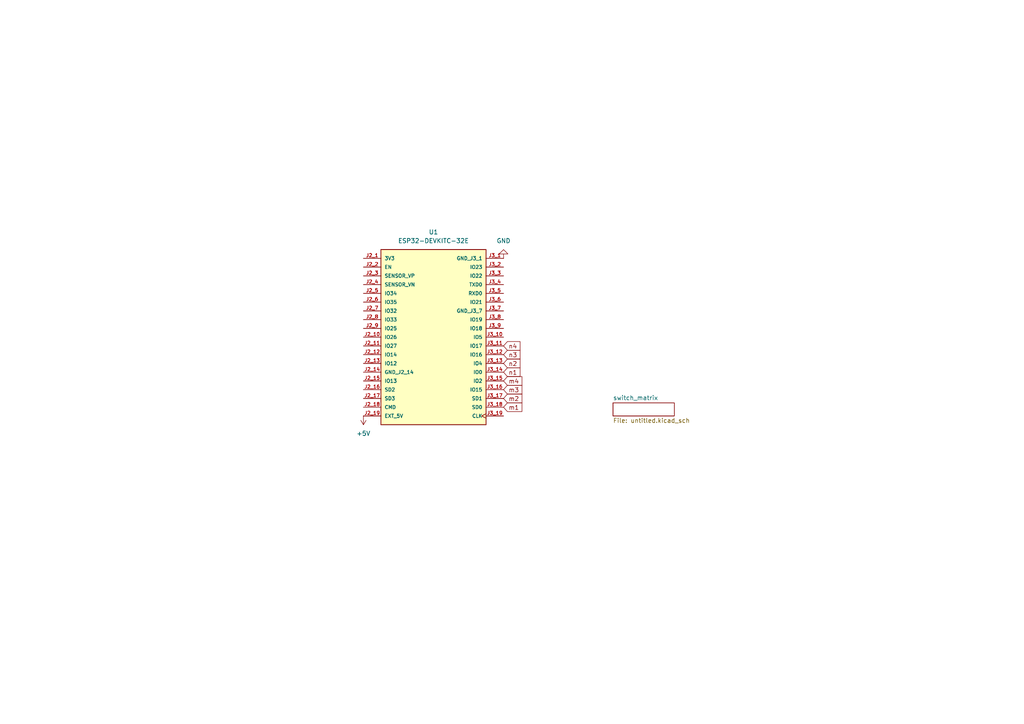
<source format=kicad_sch>
(kicad_sch
	(version 20250114)
	(generator "eeschema")
	(generator_version "9.0")
	(uuid "1b68a88d-1fe3-44bc-8953-15d6d5ec5bd4")
	(paper "A4")
	(lib_symbols
		(symbol "ESP32-DEVKITC-32E:ESP32-DEVKITC-32E"
			(pin_names
				(offset 1.016)
			)
			(exclude_from_sim no)
			(in_bom yes)
			(on_board yes)
			(property "Reference" "U"
				(at -15.24 26.162 0)
				(effects
					(font
						(size 1.27 1.27)
					)
					(justify left bottom)
				)
			)
			(property "Value" "ESP32-DEVKITC-32E"
				(at -15.24 -27.94 0)
				(effects
					(font
						(size 1.27 1.27)
					)
					(justify left bottom)
				)
			)
			(property "Footprint" "ESP32-DEVKITC-32E:MODULE_ESP32-DEVKITC-32E"
				(at 0 0 0)
				(effects
					(font
						(size 1.27 1.27)
					)
					(justify bottom)
					(hide yes)
				)
			)
			(property "Datasheet" ""
				(at 0 0 0)
				(effects
					(font
						(size 1.27 1.27)
					)
					(hide yes)
				)
			)
			(property "Description" ""
				(at 0 0 0)
				(effects
					(font
						(size 1.27 1.27)
					)
					(hide yes)
				)
			)
			(property "MF" "Espressif Systems"
				(at 0 0 0)
				(effects
					(font
						(size 1.27 1.27)
					)
					(justify bottom)
					(hide yes)
				)
			)
			(property "Description_1" "The ESP32-DEVKITC-32E transceiver evaluation board from Espressif Systems is a powerful development tool for wireless communication technologies. It supports 802.11 b/g/n Wi-Fi and Bluetooth® Smart Ready 4.x (BLE) dual-mode at 2.4GHz, making it ideal for a variety of IoT applications. Equipped with a PCB antenna and 4MB flash, this board provides reliable connectivity and ample memory for developing and testing RF, RFID, and wireless solutions."
				(at 0 0 0)
				(effects
					(font
						(size 1.27 1.27)
					)
					(justify bottom)
					(hide yes)
				)
			)
			(property "Package" "None"
				(at 0 0 0)
				(effects
					(font
						(size 1.27 1.27)
					)
					(justify bottom)
					(hide yes)
				)
			)
			(property "Price" "None"
				(at 0 0 0)
				(effects
					(font
						(size 1.27 1.27)
					)
					(justify bottom)
					(hide yes)
				)
			)
			(property "Check_prices" "https://www.snapeda.com/parts/ESP32-DEVKITC-32E/Espressif+Systems/view-part/?ref=eda"
				(at 0 0 0)
				(effects
					(font
						(size 1.27 1.27)
					)
					(justify bottom)
					(hide yes)
				)
			)
			(property "STANDARD" "Manufacturer Recommendations"
				(at 0 0 0)
				(effects
					(font
						(size 1.27 1.27)
					)
					(justify bottom)
					(hide yes)
				)
			)
			(property "PARTREV" "1.4"
				(at 0 0 0)
				(effects
					(font
						(size 1.27 1.27)
					)
					(justify bottom)
					(hide yes)
				)
			)
			(property "SnapEDA_Link" "https://www.snapeda.com/parts/ESP32-DEVKITC-32E/Espressif+Systems/view-part/?ref=snap"
				(at 0 0 0)
				(effects
					(font
						(size 1.27 1.27)
					)
					(justify bottom)
					(hide yes)
				)
			)
			(property "MP" "ESP32-DEVKITC-32E"
				(at 0 0 0)
				(effects
					(font
						(size 1.27 1.27)
					)
					(justify bottom)
					(hide yes)
				)
			)
			(property "Availability" "In Stock"
				(at 0 0 0)
				(effects
					(font
						(size 1.27 1.27)
					)
					(justify bottom)
					(hide yes)
				)
			)
			(property "MANUFACTURER" "Espressif Systems"
				(at 0 0 0)
				(effects
					(font
						(size 1.27 1.27)
					)
					(justify bottom)
					(hide yes)
				)
			)
			(symbol "ESP32-DEVKITC-32E_0_0"
				(rectangle
					(start -15.24 -25.4)
					(end 15.24 25.4)
					(stroke
						(width 0.254)
						(type default)
					)
					(fill
						(type background)
					)
				)
				(pin power_in line
					(at -20.32 22.86 0)
					(length 5.08)
					(name "3V3"
						(effects
							(font
								(size 1.016 1.016)
							)
						)
					)
					(number "J2_1"
						(effects
							(font
								(size 1.016 1.016)
							)
						)
					)
				)
				(pin input line
					(at -20.32 20.32 0)
					(length 5.08)
					(name "EN"
						(effects
							(font
								(size 1.016 1.016)
							)
						)
					)
					(number "J2_2"
						(effects
							(font
								(size 1.016 1.016)
							)
						)
					)
				)
				(pin bidirectional line
					(at -20.32 17.78 0)
					(length 5.08)
					(name "SENSOR_VP"
						(effects
							(font
								(size 1.016 1.016)
							)
						)
					)
					(number "J2_3"
						(effects
							(font
								(size 1.016 1.016)
							)
						)
					)
				)
				(pin bidirectional line
					(at -20.32 15.24 0)
					(length 5.08)
					(name "SENSOR_VN"
						(effects
							(font
								(size 1.016 1.016)
							)
						)
					)
					(number "J2_4"
						(effects
							(font
								(size 1.016 1.016)
							)
						)
					)
				)
				(pin bidirectional line
					(at -20.32 12.7 0)
					(length 5.08)
					(name "IO34"
						(effects
							(font
								(size 1.016 1.016)
							)
						)
					)
					(number "J2_5"
						(effects
							(font
								(size 1.016 1.016)
							)
						)
					)
				)
				(pin bidirectional line
					(at -20.32 10.16 0)
					(length 5.08)
					(name "IO35"
						(effects
							(font
								(size 1.016 1.016)
							)
						)
					)
					(number "J2_6"
						(effects
							(font
								(size 1.016 1.016)
							)
						)
					)
				)
				(pin bidirectional line
					(at -20.32 7.62 0)
					(length 5.08)
					(name "IO32"
						(effects
							(font
								(size 1.016 1.016)
							)
						)
					)
					(number "J2_7"
						(effects
							(font
								(size 1.016 1.016)
							)
						)
					)
				)
				(pin bidirectional line
					(at -20.32 5.08 0)
					(length 5.08)
					(name "IO33"
						(effects
							(font
								(size 1.016 1.016)
							)
						)
					)
					(number "J2_8"
						(effects
							(font
								(size 1.016 1.016)
							)
						)
					)
				)
				(pin bidirectional line
					(at -20.32 2.54 0)
					(length 5.08)
					(name "IO25"
						(effects
							(font
								(size 1.016 1.016)
							)
						)
					)
					(number "J2_9"
						(effects
							(font
								(size 1.016 1.016)
							)
						)
					)
				)
				(pin bidirectional line
					(at -20.32 0 0)
					(length 5.08)
					(name "IO26"
						(effects
							(font
								(size 1.016 1.016)
							)
						)
					)
					(number "J2_10"
						(effects
							(font
								(size 1.016 1.016)
							)
						)
					)
				)
				(pin bidirectional line
					(at -20.32 -2.54 0)
					(length 5.08)
					(name "IO27"
						(effects
							(font
								(size 1.016 1.016)
							)
						)
					)
					(number "J2_11"
						(effects
							(font
								(size 1.016 1.016)
							)
						)
					)
				)
				(pin bidirectional line
					(at -20.32 -5.08 0)
					(length 5.08)
					(name "IO14"
						(effects
							(font
								(size 1.016 1.016)
							)
						)
					)
					(number "J2_12"
						(effects
							(font
								(size 1.016 1.016)
							)
						)
					)
				)
				(pin bidirectional line
					(at -20.32 -7.62 0)
					(length 5.08)
					(name "IO12"
						(effects
							(font
								(size 1.016 1.016)
							)
						)
					)
					(number "J2_13"
						(effects
							(font
								(size 1.016 1.016)
							)
						)
					)
				)
				(pin power_in line
					(at -20.32 -10.16 0)
					(length 5.08)
					(name "GND_J2_14"
						(effects
							(font
								(size 1.016 1.016)
							)
						)
					)
					(number "J2_14"
						(effects
							(font
								(size 1.016 1.016)
							)
						)
					)
				)
				(pin bidirectional line
					(at -20.32 -12.7 0)
					(length 5.08)
					(name "IO13"
						(effects
							(font
								(size 1.016 1.016)
							)
						)
					)
					(number "J2_15"
						(effects
							(font
								(size 1.016 1.016)
							)
						)
					)
				)
				(pin bidirectional line
					(at -20.32 -15.24 0)
					(length 5.08)
					(name "SD2"
						(effects
							(font
								(size 1.016 1.016)
							)
						)
					)
					(number "J2_16"
						(effects
							(font
								(size 1.016 1.016)
							)
						)
					)
				)
				(pin bidirectional line
					(at -20.32 -17.78 0)
					(length 5.08)
					(name "SD3"
						(effects
							(font
								(size 1.016 1.016)
							)
						)
					)
					(number "J2_17"
						(effects
							(font
								(size 1.016 1.016)
							)
						)
					)
				)
				(pin bidirectional line
					(at -20.32 -20.32 0)
					(length 5.08)
					(name "CMD"
						(effects
							(font
								(size 1.016 1.016)
							)
						)
					)
					(number "J2_18"
						(effects
							(font
								(size 1.016 1.016)
							)
						)
					)
				)
				(pin power_in line
					(at -20.32 -22.86 0)
					(length 5.08)
					(name "EXT_5V"
						(effects
							(font
								(size 1.016 1.016)
							)
						)
					)
					(number "J2_19"
						(effects
							(font
								(size 1.016 1.016)
							)
						)
					)
				)
				(pin power_in line
					(at 20.32 22.86 180)
					(length 5.08)
					(name "GND_J3_1"
						(effects
							(font
								(size 1.016 1.016)
							)
						)
					)
					(number "J3_1"
						(effects
							(font
								(size 1.016 1.016)
							)
						)
					)
				)
				(pin bidirectional line
					(at 20.32 20.32 180)
					(length 5.08)
					(name "IO23"
						(effects
							(font
								(size 1.016 1.016)
							)
						)
					)
					(number "J3_2"
						(effects
							(font
								(size 1.016 1.016)
							)
						)
					)
				)
				(pin bidirectional line
					(at 20.32 17.78 180)
					(length 5.08)
					(name "IO22"
						(effects
							(font
								(size 1.016 1.016)
							)
						)
					)
					(number "J3_3"
						(effects
							(font
								(size 1.016 1.016)
							)
						)
					)
				)
				(pin bidirectional line
					(at 20.32 15.24 180)
					(length 5.08)
					(name "TXD0"
						(effects
							(font
								(size 1.016 1.016)
							)
						)
					)
					(number "J3_4"
						(effects
							(font
								(size 1.016 1.016)
							)
						)
					)
				)
				(pin bidirectional line
					(at 20.32 12.7 180)
					(length 5.08)
					(name "RXD0"
						(effects
							(font
								(size 1.016 1.016)
							)
						)
					)
					(number "J3_5"
						(effects
							(font
								(size 1.016 1.016)
							)
						)
					)
				)
				(pin bidirectional line
					(at 20.32 10.16 180)
					(length 5.08)
					(name "IO21"
						(effects
							(font
								(size 1.016 1.016)
							)
						)
					)
					(number "J3_6"
						(effects
							(font
								(size 1.016 1.016)
							)
						)
					)
				)
				(pin power_in line
					(at 20.32 7.62 180)
					(length 5.08)
					(name "GND_J3_7"
						(effects
							(font
								(size 1.016 1.016)
							)
						)
					)
					(number "J3_7"
						(effects
							(font
								(size 1.016 1.016)
							)
						)
					)
				)
				(pin bidirectional line
					(at 20.32 5.08 180)
					(length 5.08)
					(name "IO19"
						(effects
							(font
								(size 1.016 1.016)
							)
						)
					)
					(number "J3_8"
						(effects
							(font
								(size 1.016 1.016)
							)
						)
					)
				)
				(pin bidirectional line
					(at 20.32 2.54 180)
					(length 5.08)
					(name "IO18"
						(effects
							(font
								(size 1.016 1.016)
							)
						)
					)
					(number "J3_9"
						(effects
							(font
								(size 1.016 1.016)
							)
						)
					)
				)
				(pin bidirectional line
					(at 20.32 0 180)
					(length 5.08)
					(name "IO5"
						(effects
							(font
								(size 1.016 1.016)
							)
						)
					)
					(number "J3_10"
						(effects
							(font
								(size 1.016 1.016)
							)
						)
					)
				)
				(pin bidirectional line
					(at 20.32 -2.54 180)
					(length 5.08)
					(name "IO17"
						(effects
							(font
								(size 1.016 1.016)
							)
						)
					)
					(number "J3_11"
						(effects
							(font
								(size 1.016 1.016)
							)
						)
					)
				)
				(pin bidirectional line
					(at 20.32 -5.08 180)
					(length 5.08)
					(name "IO16"
						(effects
							(font
								(size 1.016 1.016)
							)
						)
					)
					(number "J3_12"
						(effects
							(font
								(size 1.016 1.016)
							)
						)
					)
				)
				(pin bidirectional line
					(at 20.32 -7.62 180)
					(length 5.08)
					(name "IO4"
						(effects
							(font
								(size 1.016 1.016)
							)
						)
					)
					(number "J3_13"
						(effects
							(font
								(size 1.016 1.016)
							)
						)
					)
				)
				(pin bidirectional line
					(at 20.32 -10.16 180)
					(length 5.08)
					(name "IO0"
						(effects
							(font
								(size 1.016 1.016)
							)
						)
					)
					(number "J3_14"
						(effects
							(font
								(size 1.016 1.016)
							)
						)
					)
				)
				(pin bidirectional line
					(at 20.32 -12.7 180)
					(length 5.08)
					(name "IO2"
						(effects
							(font
								(size 1.016 1.016)
							)
						)
					)
					(number "J3_15"
						(effects
							(font
								(size 1.016 1.016)
							)
						)
					)
				)
				(pin bidirectional line
					(at 20.32 -15.24 180)
					(length 5.08)
					(name "IO15"
						(effects
							(font
								(size 1.016 1.016)
							)
						)
					)
					(number "J3_16"
						(effects
							(font
								(size 1.016 1.016)
							)
						)
					)
				)
				(pin bidirectional line
					(at 20.32 -17.78 180)
					(length 5.08)
					(name "SD1"
						(effects
							(font
								(size 1.016 1.016)
							)
						)
					)
					(number "J3_17"
						(effects
							(font
								(size 1.016 1.016)
							)
						)
					)
				)
				(pin bidirectional line
					(at 20.32 -20.32 180)
					(length 5.08)
					(name "SD0"
						(effects
							(font
								(size 1.016 1.016)
							)
						)
					)
					(number "J3_18"
						(effects
							(font
								(size 1.016 1.016)
							)
						)
					)
				)
				(pin bidirectional clock
					(at 20.32 -22.86 180)
					(length 5.08)
					(name "CLK"
						(effects
							(font
								(size 1.016 1.016)
							)
						)
					)
					(number "J3_19"
						(effects
							(font
								(size 1.016 1.016)
							)
						)
					)
				)
			)
			(embedded_fonts no)
		)
		(symbol "power:+5V"
			(power)
			(pin_numbers
				(hide yes)
			)
			(pin_names
				(offset 0)
				(hide yes)
			)
			(exclude_from_sim no)
			(in_bom yes)
			(on_board yes)
			(property "Reference" "#PWR"
				(at 0 -3.81 0)
				(effects
					(font
						(size 1.27 1.27)
					)
					(hide yes)
				)
			)
			(property "Value" "+5V"
				(at 0 3.556 0)
				(effects
					(font
						(size 1.27 1.27)
					)
				)
			)
			(property "Footprint" ""
				(at 0 0 0)
				(effects
					(font
						(size 1.27 1.27)
					)
					(hide yes)
				)
			)
			(property "Datasheet" ""
				(at 0 0 0)
				(effects
					(font
						(size 1.27 1.27)
					)
					(hide yes)
				)
			)
			(property "Description" "Power symbol creates a global label with name \"+5V\""
				(at 0 0 0)
				(effects
					(font
						(size 1.27 1.27)
					)
					(hide yes)
				)
			)
			(property "ki_keywords" "global power"
				(at 0 0 0)
				(effects
					(font
						(size 1.27 1.27)
					)
					(hide yes)
				)
			)
			(symbol "+5V_0_1"
				(polyline
					(pts
						(xy -0.762 1.27) (xy 0 2.54)
					)
					(stroke
						(width 0)
						(type default)
					)
					(fill
						(type none)
					)
				)
				(polyline
					(pts
						(xy 0 2.54) (xy 0.762 1.27)
					)
					(stroke
						(width 0)
						(type default)
					)
					(fill
						(type none)
					)
				)
				(polyline
					(pts
						(xy 0 0) (xy 0 2.54)
					)
					(stroke
						(width 0)
						(type default)
					)
					(fill
						(type none)
					)
				)
			)
			(symbol "+5V_1_1"
				(pin power_in line
					(at 0 0 90)
					(length 0)
					(name "~"
						(effects
							(font
								(size 1.27 1.27)
							)
						)
					)
					(number "1"
						(effects
							(font
								(size 1.27 1.27)
							)
						)
					)
				)
			)
			(embedded_fonts no)
		)
		(symbol "power:GND"
			(power)
			(pin_numbers
				(hide yes)
			)
			(pin_names
				(offset 0)
				(hide yes)
			)
			(exclude_from_sim no)
			(in_bom yes)
			(on_board yes)
			(property "Reference" "#PWR"
				(at 0 -6.35 0)
				(effects
					(font
						(size 1.27 1.27)
					)
					(hide yes)
				)
			)
			(property "Value" "GND"
				(at 0 -3.81 0)
				(effects
					(font
						(size 1.27 1.27)
					)
				)
			)
			(property "Footprint" ""
				(at 0 0 0)
				(effects
					(font
						(size 1.27 1.27)
					)
					(hide yes)
				)
			)
			(property "Datasheet" ""
				(at 0 0 0)
				(effects
					(font
						(size 1.27 1.27)
					)
					(hide yes)
				)
			)
			(property "Description" "Power symbol creates a global label with name \"GND\" , ground"
				(at 0 0 0)
				(effects
					(font
						(size 1.27 1.27)
					)
					(hide yes)
				)
			)
			(property "ki_keywords" "global power"
				(at 0 0 0)
				(effects
					(font
						(size 1.27 1.27)
					)
					(hide yes)
				)
			)
			(symbol "GND_0_1"
				(polyline
					(pts
						(xy 0 0) (xy 0 -1.27) (xy 1.27 -1.27) (xy 0 -2.54) (xy -1.27 -1.27) (xy 0 -1.27)
					)
					(stroke
						(width 0)
						(type default)
					)
					(fill
						(type none)
					)
				)
			)
			(symbol "GND_1_1"
				(pin power_in line
					(at 0 0 270)
					(length 0)
					(name "~"
						(effects
							(font
								(size 1.27 1.27)
							)
						)
					)
					(number "1"
						(effects
							(font
								(size 1.27 1.27)
							)
						)
					)
				)
			)
			(embedded_fonts no)
		)
	)
	(global_label "m3"
		(shape input)
		(at 146.05 113.03 0)
		(fields_autoplaced yes)
		(effects
			(font
				(size 1.27 1.27)
			)
			(justify left)
		)
		(uuid "034cc8f0-f625-4178-80d0-362342e80a8f")
		(property "Intersheetrefs" "${INTERSHEET_REFS}"
			(at 151.938 113.03 0)
			(effects
				(font
					(size 1.27 1.27)
				)
				(justify left)
				(hide yes)
			)
		)
	)
	(global_label "n1"
		(shape input)
		(at 146.05 107.95 0)
		(fields_autoplaced yes)
		(effects
			(font
				(size 1.27 1.27)
			)
			(justify left)
		)
		(uuid "0cb2764c-3a10-4842-8d1a-bf0104c4c4a1")
		(property "Intersheetrefs" "${INTERSHEET_REFS}"
			(at 151.3937 107.95 0)
			(effects
				(font
					(size 1.27 1.27)
				)
				(justify left)
				(hide yes)
			)
		)
	)
	(global_label "n3"
		(shape input)
		(at 146.05 102.87 0)
		(fields_autoplaced yes)
		(effects
			(font
				(size 1.27 1.27)
			)
			(justify left)
		)
		(uuid "2a1e0cfb-0e64-422e-9038-ae58d1bf5afb")
		(property "Intersheetrefs" "${INTERSHEET_REFS}"
			(at 151.3937 102.87 0)
			(effects
				(font
					(size 1.27 1.27)
				)
				(justify left)
				(hide yes)
			)
		)
	)
	(global_label "m4"
		(shape input)
		(at 146.05 110.49 0)
		(fields_autoplaced yes)
		(effects
			(font
				(size 1.27 1.27)
			)
			(justify left)
		)
		(uuid "37fa49ea-e5ad-4398-b52b-9bef697e12a6")
		(property "Intersheetrefs" "${INTERSHEET_REFS}"
			(at 151.938 110.49 0)
			(effects
				(font
					(size 1.27 1.27)
				)
				(justify left)
				(hide yes)
			)
		)
	)
	(global_label "m2"
		(shape input)
		(at 146.05 115.57 0)
		(fields_autoplaced yes)
		(effects
			(font
				(size 1.27 1.27)
			)
			(justify left)
		)
		(uuid "4bc09961-c97b-4e3b-83cd-c3120e411ae5")
		(property "Intersheetrefs" "${INTERSHEET_REFS}"
			(at 151.938 115.57 0)
			(effects
				(font
					(size 1.27 1.27)
				)
				(justify left)
				(hide yes)
			)
		)
	)
	(global_label "n4"
		(shape input)
		(at 146.05 100.33 0)
		(fields_autoplaced yes)
		(effects
			(font
				(size 1.27 1.27)
			)
			(justify left)
		)
		(uuid "a53783e0-412e-4345-8e89-c4bb978515c6")
		(property "Intersheetrefs" "${INTERSHEET_REFS}"
			(at 151.3937 100.33 0)
			(effects
				(font
					(size 1.27 1.27)
				)
				(justify left)
				(hide yes)
			)
		)
	)
	(global_label "m1"
		(shape input)
		(at 146.05 118.11 0)
		(fields_autoplaced yes)
		(effects
			(font
				(size 1.27 1.27)
			)
			(justify left)
		)
		(uuid "a9e7c0da-f791-447a-8ed9-0cda7b21ce32")
		(property "Intersheetrefs" "${INTERSHEET_REFS}"
			(at 151.938 118.11 0)
			(effects
				(font
					(size 1.27 1.27)
				)
				(justify left)
				(hide yes)
			)
		)
	)
	(global_label "n2"
		(shape input)
		(at 146.05 105.41 0)
		(fields_autoplaced yes)
		(effects
			(font
				(size 1.27 1.27)
			)
			(justify left)
		)
		(uuid "dd21b539-aec6-4d51-afa9-cb460d8859dd")
		(property "Intersheetrefs" "${INTERSHEET_REFS}"
			(at 151.3937 105.41 0)
			(effects
				(font
					(size 1.27 1.27)
				)
				(justify left)
				(hide yes)
			)
		)
	)
	(symbol
		(lib_id "power:GND")
		(at 146.05 74.93 180)
		(unit 1)
		(exclude_from_sim no)
		(in_bom yes)
		(on_board yes)
		(dnp no)
		(fields_autoplaced yes)
		(uuid "3a0bc688-a751-45f5-b669-8b73bf9cfda7")
		(property "Reference" "#PWR01"
			(at 146.05 68.58 0)
			(effects
				(font
					(size 1.27 1.27)
				)
				(hide yes)
			)
		)
		(property "Value" "GND"
			(at 146.05 69.85 0)
			(effects
				(font
					(size 1.27 1.27)
				)
			)
		)
		(property "Footprint" ""
			(at 146.05 74.93 0)
			(effects
				(font
					(size 1.27 1.27)
				)
				(hide yes)
			)
		)
		(property "Datasheet" ""
			(at 146.05 74.93 0)
			(effects
				(font
					(size 1.27 1.27)
				)
				(hide yes)
			)
		)
		(property "Description" "Power symbol creates a global label with name \"GND\" , ground"
			(at 146.05 74.93 0)
			(effects
				(font
					(size 1.27 1.27)
				)
				(hide yes)
			)
		)
		(pin "1"
			(uuid "9ce2395a-1c76-4261-972d-6977eb4d70bf")
		)
		(instances
			(project ""
				(path "/1b68a88d-1fe3-44bc-8953-15d6d5ec5bd4"
					(reference "#PWR01")
					(unit 1)
				)
			)
		)
	)
	(symbol
		(lib_id "power:+5V")
		(at 105.41 120.65 180)
		(unit 1)
		(exclude_from_sim no)
		(in_bom yes)
		(on_board yes)
		(dnp no)
		(fields_autoplaced yes)
		(uuid "c257db54-2fa2-45e6-b115-b01899847495")
		(property "Reference" "#PWR03"
			(at 105.41 116.84 0)
			(effects
				(font
					(size 1.27 1.27)
				)
				(hide yes)
			)
		)
		(property "Value" "+5V"
			(at 105.41 125.73 0)
			(effects
				(font
					(size 1.27 1.27)
				)
			)
		)
		(property "Footprint" ""
			(at 105.41 120.65 0)
			(effects
				(font
					(size 1.27 1.27)
				)
				(hide yes)
			)
		)
		(property "Datasheet" ""
			(at 105.41 120.65 0)
			(effects
				(font
					(size 1.27 1.27)
				)
				(hide yes)
			)
		)
		(property "Description" "Power symbol creates a global label with name \"+5V\""
			(at 105.41 120.65 0)
			(effects
				(font
					(size 1.27 1.27)
				)
				(hide yes)
			)
		)
		(pin "1"
			(uuid "f2abaa26-35a0-4aad-b8e4-fd711d66d57e")
		)
		(instances
			(project ""
				(path "/1b68a88d-1fe3-44bc-8953-15d6d5ec5bd4"
					(reference "#PWR03")
					(unit 1)
				)
			)
		)
	)
	(symbol
		(lib_id "ESP32-DEVKITC-32E:ESP32-DEVKITC-32E")
		(at 125.73 97.79 0)
		(unit 1)
		(exclude_from_sim no)
		(in_bom yes)
		(on_board yes)
		(dnp no)
		(fields_autoplaced yes)
		(uuid "ec52b849-4cda-4c5f-b89b-595313f8a1c6")
		(property "Reference" "U1"
			(at 125.73 67.31 0)
			(effects
				(font
					(size 1.27 1.27)
				)
			)
		)
		(property "Value" "ESP32-DEVKITC-32E"
			(at 125.73 69.85 0)
			(effects
				(font
					(size 1.27 1.27)
				)
			)
		)
		(property "Footprint" "ESP32-DEVKITC-32E:MODULE_ESP32-DEVKITC-32E"
			(at 125.73 97.79 0)
			(effects
				(font
					(size 1.27 1.27)
				)
				(justify bottom)
				(hide yes)
			)
		)
		(property "Datasheet" ""
			(at 125.73 97.79 0)
			(effects
				(font
					(size 1.27 1.27)
				)
				(hide yes)
			)
		)
		(property "Description" ""
			(at 125.73 97.79 0)
			(effects
				(font
					(size 1.27 1.27)
				)
				(hide yes)
			)
		)
		(property "MF" "Espressif Systems"
			(at 125.73 97.79 0)
			(effects
				(font
					(size 1.27 1.27)
				)
				(justify bottom)
				(hide yes)
			)
		)
		(property "Description_1" "The ESP32-DEVKITC-32E transceiver evaluation board from Espressif Systems is a powerful development tool for wireless communication technologies. It supports 802.11 b/g/n Wi-Fi and Bluetooth® Smart Ready 4.x (BLE) dual-mode at 2.4GHz, making it ideal for a variety of IoT applications. Equipped with a PCB antenna and 4MB flash, this board provides reliable connectivity and ample memory for developing and testing RF, RFID, and wireless solutions."
			(at 125.73 97.79 0)
			(effects
				(font
					(size 1.27 1.27)
				)
				(justify bottom)
				(hide yes)
			)
		)
		(property "Package" "None"
			(at 125.73 97.79 0)
			(effects
				(font
					(size 1.27 1.27)
				)
				(justify bottom)
				(hide yes)
			)
		)
		(property "Price" "None"
			(at 125.73 97.79 0)
			(effects
				(font
					(size 1.27 1.27)
				)
				(justify bottom)
				(hide yes)
			)
		)
		(property "Check_prices" "https://www.snapeda.com/parts/ESP32-DEVKITC-32E/Espressif+Systems/view-part/?ref=eda"
			(at 125.73 97.79 0)
			(effects
				(font
					(size 1.27 1.27)
				)
				(justify bottom)
				(hide yes)
			)
		)
		(property "STANDARD" "Manufacturer Recommendations"
			(at 125.73 97.79 0)
			(effects
				(font
					(size 1.27 1.27)
				)
				(justify bottom)
				(hide yes)
			)
		)
		(property "PARTREV" "1.4"
			(at 125.73 97.79 0)
			(effects
				(font
					(size 1.27 1.27)
				)
				(justify bottom)
				(hide yes)
			)
		)
		(property "SnapEDA_Link" "https://www.snapeda.com/parts/ESP32-DEVKITC-32E/Espressif+Systems/view-part/?ref=snap"
			(at 125.73 97.79 0)
			(effects
				(font
					(size 1.27 1.27)
				)
				(justify bottom)
				(hide yes)
			)
		)
		(property "MP" "ESP32-DEVKITC-32E"
			(at 125.73 97.79 0)
			(effects
				(font
					(size 1.27 1.27)
				)
				(justify bottom)
				(hide yes)
			)
		)
		(property "Availability" "In Stock"
			(at 125.73 97.79 0)
			(effects
				(font
					(size 1.27 1.27)
				)
				(justify bottom)
				(hide yes)
			)
		)
		(property "MANUFACTURER" "Espressif Systems"
			(at 125.73 97.79 0)
			(effects
				(font
					(size 1.27 1.27)
				)
				(justify bottom)
				(hide yes)
			)
		)
		(pin "J2_15"
			(uuid "cc207805-0931-4653-9d34-d0f8e6b38135")
		)
		(pin "J2_7"
			(uuid "b44fd037-1919-4415-8759-18933180d54e")
		)
		(pin "J2_9"
			(uuid "293e8f4e-6547-4386-982a-70a428539d95")
		)
		(pin "J2_1"
			(uuid "56693c15-a637-495b-83e2-40af752fc849")
		)
		(pin "J3_1"
			(uuid "bacbf6e0-d9c6-422c-9eb5-fa9d6f37636e")
		)
		(pin "J2_19"
			(uuid "f7f0ffda-440d-4547-a4c7-d540e223921e")
		)
		(pin "J3_5"
			(uuid "47487a97-3732-4b8b-a881-70e8b1448a3c")
		)
		(pin "J2_5"
			(uuid "5f7cfa94-4555-4121-81fc-200182264568")
		)
		(pin "J2_10"
			(uuid "78ed3974-8b8e-4174-b56c-e9ba9b81c508")
		)
		(pin "J3_14"
			(uuid "60273502-3e64-4be6-b96d-e724fb9d874c")
		)
		(pin "J2_3"
			(uuid "b8dcc5e0-cb2b-44a9-9ce0-6c6b409fbdec")
		)
		(pin "J2_8"
			(uuid "d5b88d95-2655-4a06-bb5f-e0f42a70de95")
		)
		(pin "J2_11"
			(uuid "b4e4251e-03e4-47f6-8e6d-f2e485f1b5cd")
		)
		(pin "J2_13"
			(uuid "c776bc7e-6fff-4827-98f9-6fb682c2a351")
		)
		(pin "J2_4"
			(uuid "fc0345fc-6637-447a-b669-5f8e3303d112")
		)
		(pin "J2_16"
			(uuid "5d173547-a613-48a4-a689-47a16e80fb0f")
		)
		(pin "J2_2"
			(uuid "8580d5b2-97aa-4b8f-b1be-12817ca73547")
		)
		(pin "J3_13"
			(uuid "b18577bc-9289-4130-8366-293a867afcc0")
		)
		(pin "J2_6"
			(uuid "8f6dfa0e-68cb-418a-8c95-5daa727d2f56")
		)
		(pin "J2_14"
			(uuid "40b2308a-15b8-4307-a359-f64f4b173f28")
		)
		(pin "J3_3"
			(uuid "36d586d3-1b22-49d0-9025-2d5f2e90194f")
		)
		(pin "J3_4"
			(uuid "df7dbf2b-5662-42d2-989a-334256cc5798")
		)
		(pin "J2_12"
			(uuid "d3f5f180-98c0-4dd0-b26c-dc0c636e82d1")
		)
		(pin "J2_18"
			(uuid "d979098e-6a69-4086-a1c5-7d2da7ae8c14")
		)
		(pin "J3_2"
			(uuid "f3510eb2-d8d0-4957-97e6-7b4b5cf36cc7")
		)
		(pin "J3_7"
			(uuid "621a11b1-c31f-4212-871c-48a6eb0ce2f2")
		)
		(pin "J3_10"
			(uuid "d27ea626-eec3-40d6-84fd-889163b6c926")
		)
		(pin "J2_17"
			(uuid "ec4702eb-9572-43ae-965b-f8569fcb5613")
		)
		(pin "J3_9"
			(uuid "c6f52a1a-ccea-4dd6-8772-94c915c8fc76")
		)
		(pin "J3_12"
			(uuid "fd350d3a-df3a-4b54-b738-f1bb8526f43e")
		)
		(pin "J3_8"
			(uuid "b089f598-4ddc-4182-83e1-8cc2ad4357cb")
		)
		(pin "J3_6"
			(uuid "931c50ef-2325-4aa8-9d9b-417a44a1d0ce")
		)
		(pin "J3_11"
			(uuid "a0975c0a-6255-4ed6-8ec7-7ba182cbe3cc")
		)
		(pin "J3_15"
			(uuid "4697cc99-4790-4076-aefd-ed4e88778daa")
		)
		(pin "J3_18"
			(uuid "6207d5cd-02a3-455f-8353-cba84fdc2248")
		)
		(pin "J3_17"
			(uuid "ba9f1dd8-4e7f-477a-9566-935a6628e5ff")
		)
		(pin "J3_16"
			(uuid "976c8f5b-b997-424d-b502-ab3e82be5880")
		)
		(pin "J3_19"
			(uuid "01502e87-8382-4c49-93b8-9588e8486b4e")
		)
		(instances
			(project ""
				(path "/1b68a88d-1fe3-44bc-8953-15d6d5ec5bd4"
					(reference "U1")
					(unit 1)
				)
			)
		)
	)
	(sheet
		(at 177.8 116.84)
		(size 17.78 3.81)
		(exclude_from_sim no)
		(in_bom yes)
		(on_board yes)
		(dnp no)
		(fields_autoplaced yes)
		(stroke
			(width 0.1524)
			(type solid)
		)
		(fill
			(color 0 0 0 0.0000)
		)
		(uuid "5abaac87-bbd8-4703-bc1a-f952d35b8b78")
		(property "Sheetname" "switch_matrix"
			(at 177.8 116.1284 0)
			(effects
				(font
					(size 1.27 1.27)
				)
				(justify left bottom)
			)
		)
		(property "Sheetfile" "untitled.kicad_sch"
			(at 177.8 121.2346 0)
			(effects
				(font
					(size 1.27 1.27)
				)
				(justify left top)
			)
		)
		(instances
			(project "gkeyboard"
				(path "/1b68a88d-1fe3-44bc-8953-15d6d5ec5bd4"
					(page "2")
				)
			)
		)
	)
	(sheet_instances
		(path "/"
			(page "1")
		)
	)
	(embedded_fonts no)
)

</source>
